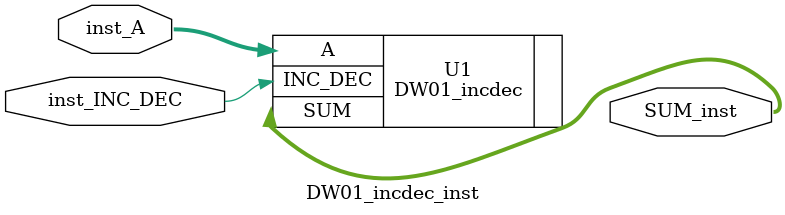
<source format=v>
module DW01_incdec_inst( inst_A, inst_INC_DEC, SUM_inst );

  parameter width = 8;

  input [width-1 : 0] inst_A;
  input inst_INC_DEC;
  output [width-1 : 0] SUM_inst;

  // Instance of DW01_incdec
  DW01_incdec #(width)
    U1 ( .A(inst_A), .INC_DEC(inst_INC_DEC), .SUM(SUM_inst) );
endmodule

</source>
